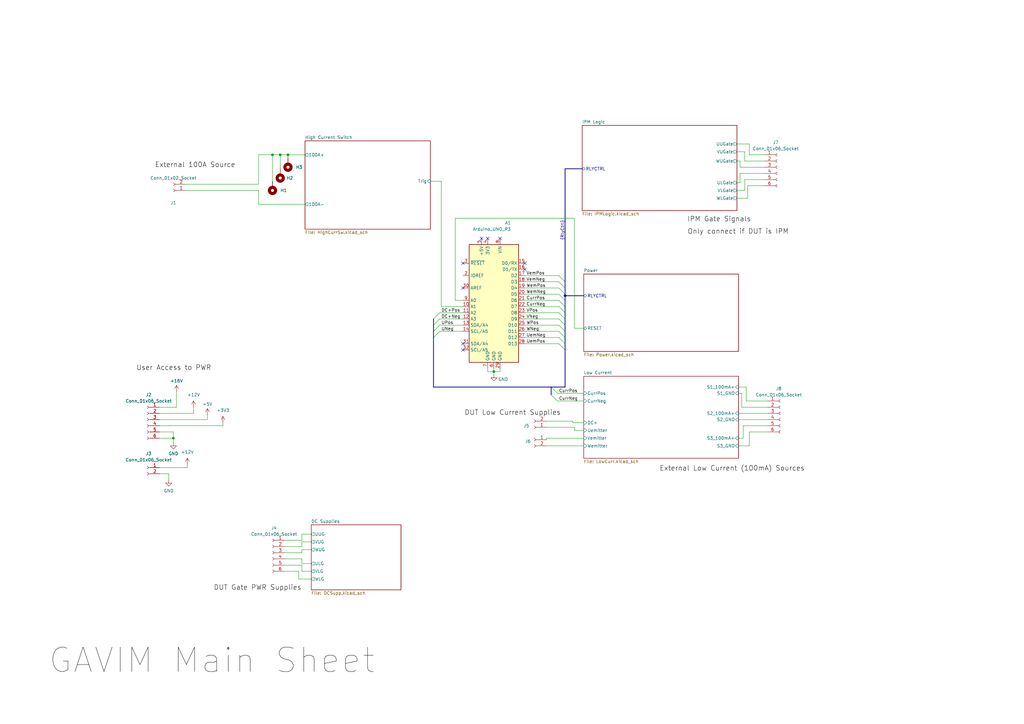
<source format=kicad_sch>
(kicad_sch (version 20230121) (generator eeschema)
  (paper "A3")
  (title_block (title "TEST137- GAVIM Upgrade V2") (date "2024-01-02") (rev "Is01.00") (company "Control Techniques"))
  (lib_symbols
    (symbol "Connector:Conn_01x02_Socket" (pin_names (offset 1.016) hide)
      (property "Reference" "J" (at 0 2.54 0))
      (property "Value" "Conn_01x02_Socket" (at 0 -5.08 0))
      (symbol "Conn_01x02_Socket_1_1"
        (arc (start 0 -2.032) (mid -0.5058 -2.54) (end 0 -3.048) (stroke (width 0.1524)))
        (polyline (pts (xy -1.27 -2.54) (xy -0.508 -2.54)) (stroke (width 0.1524)))
        (polyline (pts (xy -1.27 0) (xy -0.508 0)) (stroke (width 0.1524)))
        (arc (start 0 0.508) (mid -0.5058 0) (end 0 -0.508) (stroke (width 0.1524)))
        (pin passive line (at -5.08 0 0) (length 3.81) (name "Pin_1") (number "1"))
        (pin passive line (at -5.08 -2.54 0) (length 3.81) (name "Pin_2") (number "2"))
      )
    )
    (symbol "Connector:Conn_01x06_Socket" (pin_names (offset 1.016) hide)
      (property "Reference" "J" (at 0 7.62 0))
      (property "Value" "Conn_01x06_Socket" (at 0 -10.16 0))
      (symbol "Conn_01x06_Socket_1_1"
        (arc (start 0 -7.112) (mid -0.5058 -7.62) (end 0 -8.128) (stroke (width 0.1524)))
        (arc (start 0 -4.572) (mid -0.5058 -5.08) (end 0 -5.588) (stroke (width 0.1524)))
        (arc (start 0 -2.032) (mid -0.5058 -2.54) (end 0 -3.048) (stroke (width 0.1524)))
        (polyline (pts (xy -1.27 -7.62) (xy -0.508 -7.62)) (stroke (width 0.1524)))
        (polyline (pts (xy -1.27 -5.08) (xy -0.508 -5.08)) (stroke (width 0.1524)))
        (polyline (pts (xy -1.27 -2.54) (xy -0.508 -2.54)) (stroke (width 0.1524)))
        (polyline (pts (xy -1.27 0) (xy -0.508 0)) (stroke (width 0.1524)))
        (polyline (pts (xy -1.27 2.54) (xy -0.508 2.54)) (stroke (width 0.1524)))
        (polyline (pts (xy -1.27 5.08) (xy -0.508 5.08)) (stroke (width 0.1524)))
        (arc (start 0 0.508) (mid -0.5058 0) (end 0 -0.508) (stroke (width 0.1524)))
        (arc (start 0 3.048) (mid -0.5058 2.54) (end 0 2.032) (stroke (width 0.1524)))
        (arc (start 0 5.588) (mid -0.5058 5.08) (end 0 4.572) (stroke (width 0.1524)))
        (pin passive line (at -5.08 5.08 0) (length 3.81) (name "Pin_1") (number "1"))
        (pin passive line (at -5.08 2.54 0) (length 3.81) (name "Pin_2") (number "2"))
        (pin passive line (at -5.08 0 0) (length 3.81) (name "Pin_3") (number "3"))
        (pin passive line (at -5.08 -2.54 0) (length 3.81) (name "Pin_4") (number "4"))
        (pin passive line (at -5.08 -5.08 0) (length 3.81) (name "Pin_5") (number "5"))
        (pin passive line (at -5.08 -7.62 0) (length 3.81) (name "Pin_6") (number "6"))
      )
    )
    (symbol "CustomPads:+16V" (power) (pin_names (offset 0)) (in_bom no) (on_board no)
      (property "Value" "+16V" (at 0 3.556 0))
      (symbol "+16V_0_1"
        (polyline (pts (xy -0.762 1.27) (xy 0 2.54)))
        (polyline (pts (xy 0 0) (xy 0 2.54)))
        (polyline (pts (xy 0 2.54) (xy 0.762 1.27)))
      )
      (symbol "+16V_1_1"
        (pin power_in line (at 0 0 90) (length 0) hide (name "+16V") (number "1"))
      )
    )
    (symbol "CustomPads:MountingHole_Pad_Cust" (pin_numbers hide) (pin_names (offset 1.016) hide)
      (property "Reference" "H" (at 0 6.35 0))
      (symbol "MountingHole_Pad_Cust_0_1"
        (circle (center 0 1.27) (radius 1.27) (stroke (width 1.27)))
      )
      (symbol "MountingHole_Pad_Cust_1_1"
        (pin input line (at 0 -2.54 90) (length 2.54) (name "1") (number "1"))
      )
    )
    (symbol "MCU_Module:Arduino_UNO_R3"
      (property "Reference" "A" (at -10.16 23.495 0))
      (property "Value" "Arduino_UNO_R3" (at 5.08 -26.67 0))
      (symbol "Arduino_UNO_R3_0_1"
        (rectangle (start -10.16 22.86) (end 10.16 -25.4) (stroke (width 0.254)) (fill (type background)))
      )
      (symbol "Arduino_UNO_R3_1_1"
        (pin no_connect line (at -10.16 -20.32 0) (length 2.54) hide (name "NC") (number "1"))
        (pin bidirectional line (at 12.7 -2.54 180) (length 2.54) (name "A1") (number "10"))
        (pin bidirectional line (at 12.7 -5.08 180) (length 2.54) (name "A2") (number "11"))
        (pin bidirectional line (at 12.7 -7.62 180) (length 2.54) (name "A3") (number "12"))
        (pin bidirectional line (at 12.7 -10.16 180) (length 2.54) (name "SDA/A4") (number "13"))
        (pin bidirectional line (at 12.7 -12.7 180) (length 2.54) (name "SCL/A5") (number "14"))
        (pin bidirectional line (at -12.7 15.24 0) (length 2.54) (name "D0/RX") (number "15"))
        (pin bidirectional line (at -12.7 12.7 0) (length 2.54) (name "D1/TX") (number "16"))
        (pin bidirectional line (at -12.7 10.16 0) (length 2.54) (name "D2") (number "17"))
        (pin bidirectional line (at -12.7 7.62 0) (length 2.54) (name "D3") (number "18"))
        (pin bidirectional line (at -12.7 5.08 0) (length 2.54) (name "D4") (number "19"))
        (pin output line (at 12.7 10.16 180) (length 2.54) (name "IOREF") (number "2"))
        (pin bidirectional line (at -12.7 2.54 0) (length 2.54) (name "D5") (number "20"))
        (pin bidirectional line (at -12.7 0 0) (length 2.54) (name "D6") (number "21"))
        (pin bidirectional line (at -12.7 -2.54 0) (length 2.54) (name "D7") (number "22"))
        (pin bidirectional line (at -12.7 -5.08 0) (length 2.54) (name "D8") (number "23"))
        (pin bidirectional line (at -12.7 -7.62 0) (length 2.54) (name "D9") (number "24"))
        (pin bidirectional line (at -12.7 -10.16 0) (length 2.54) (name "D10") (number "25"))
        (pin bidirectional line (at -12.7 -12.7 0) (length 2.54) (name "D11") (number "26"))
        (pin bidirectional line (at -12.7 -15.24 0) (length 2.54) (name "D12") (number "27"))
        (pin bidirectional line (at -12.7 -17.78 0) (length 2.54) (name "D13") (number "28"))
        (pin power_in line (at -2.54 -27.94 90) (length 2.54) (name "GND") (number "29"))
        (pin input line (at 12.7 15.24 180) (length 2.54) (name "~{RESET}") (number "3"))
        (pin input line (at 12.7 5.08 180) (length 2.54) (name "AREF") (number "30"))
        (pin bidirectional line (at 12.7 -17.78 180) (length 2.54) (name "SDA/A4") (number "31"))
        (pin bidirectional line (at 12.7 -20.32 180) (length 2.54) (name "SCL/A5") (number "32"))
        (pin power_out line (at 2.54 25.4 270) (length 2.54) (name "3V3") (number "4"))
        (pin power_out line (at 5.08 25.4 270) (length 2.54) (name "+5V") (number "5"))
        (pin power_in line (at 0 -27.94 90) (length 2.54) (name "GND") (number "6"))
        (pin power_in line (at 2.54 -27.94 90) (length 2.54) (name "GND") (number "7"))
        (pin power_in line (at -2.54 25.4 270) (length 2.54) (name "VIN") (number "8"))
        (pin bidirectional line (at 12.7 0 180) (length 2.54) (name "A0") (number "9"))
      )
    )
    (symbol "power:+12V" (power) (pin_names (offset 0))
      (property "Value" "+12V" (at 0 3.556 0))
      (symbol "+12V_0_1"
        (polyline (pts (xy -0.762 1.27) (xy 0 2.54)))
        (polyline (pts (xy 0 0) (xy 0 2.54)))
        (polyline (pts (xy 0 2.54) (xy 0.762 1.27)))
      )
      (symbol "+12V_1_1"
        (pin power_in line (at 0 0 90) (length 0) hide (name "+12V") (number "1"))
      )
    )
    (symbol "power:+3V3" (power) (pin_names (offset 0))
      (property "Value" "+3V3" (at 0 3.556 0))
      (symbol "+3V3_0_1"
        (polyline (pts (xy -0.762 1.27) (xy 0 2.54)))
        (polyline (pts (xy 0 0) (xy 0 2.54)))
        (polyline (pts (xy 0 2.54) (xy 0.762 1.27)))
      )
      (symbol "+3V3_1_1"
        (pin power_in line (at 0 0 90) (length 0) hide (name "+3V3") (number "1"))
      )
    )
    (symbol "power:+5V" (power) (pin_names (offset 0))
      (property "Value" "+5V" (at 0 3.556 0))
      (symbol "+5V_0_1"
        (polyline (pts (xy -0.762 1.27) (xy 0 2.54)))
        (polyline (pts (xy 0 0) (xy 0 2.54)))
        (polyline (pts (xy 0 2.54) (xy 0.762 1.27)))
      )
      (symbol "+5V_1_1"
        (pin power_in line (at 0 0 90) (length 0) hide (name "+5V") (number "1"))
      )
    )
    (symbol "power:GND" (power) (pin_names (offset 0))
      (property "Value" "GND" (at 0 -3.81 0))
      (symbol "GND_0_1"
        (polyline (pts (xy 0 0) (xy 0 -1.27) (xy 1.27 -1.27) (xy 0 -2.54) (xy -1.27 -1.27) (xy 0 -1.27)))
      )
      (symbol "GND_1_1"
        (pin power_in line (at 0 0 270) (length 0) hide (name "GND") (number "1"))
      )
    )
  )
  (junction (at 118.11 63.5))
  (junction (at 231.775 121.285))
  (junction (at 111.76 63.5))
  (junction (at 114.935 63.5))
  (junction (at 71.12 179.705))
  (junction (at 202.565 152.4))
  (no_connect (at 189.865 140.97))
  (no_connect (at 200.025 97.79))
  (no_connect (at 197.485 97.79))
  (no_connect (at 189.865 107.95))
  (no_connect (at 205.105 97.79))
  (no_connect (at 215.265 107.95))
  (no_connect (at 189.865 143.51))
  (no_connect (at 215.265 110.49))
  (no_connect (at 189.865 118.11))
  (bus_entry (at 226.06 161.925) (size 2.54 2.54))
  (bus_entry (at 177.8 133.35) (size 2.54 -2.54))
  (bus_entry (at 229.235 123.19) (size 2.54 2.54))
  (bus_entry (at 177.8 135.89) (size 2.54 -2.54))
  (bus_entry (at 229.235 133.35) (size 2.54 2.54))
  (bus_entry (at 229.235 138.43) (size 2.54 2.54))
  (bus_entry (at 229.235 128.27) (size 2.54 2.54))
  (bus_entry (at 229.235 140.97) (size 2.54 2.54))
  (bus_entry (at 229.235 135.89) (size 2.54 2.54))
  (bus_entry (at 229.235 130.81) (size 2.54 2.54))
  (bus_entry (at 229.235 113.03) (size 2.54 2.54))
  (bus_entry (at 229.235 120.65) (size 2.54 2.54))
  (bus_entry (at 177.8 138.43) (size 2.54 -2.54))
  (bus_entry (at 229.235 125.73) (size 2.54 2.54))
  (bus_entry (at 226.06 158.75) (size 2.54 2.54))
  (bus_entry (at 177.8 130.81) (size 2.54 -2.54))
  (bus_entry (at 229.235 118.11) (size 2.54 2.54))
  (bus_entry (at 229.235 115.57) (size 2.54 2.54))
  (wire (pts (xy 122.555 234.315) (xy 122.555 237.49)))
  (wire (pts (xy 215.265 120.65) (xy 229.235 120.65)))
  (wire (pts (xy 116.84 221.615) (xy 123.825 221.615)))
  (wire (pts (xy 180.34 128.27) (xy 189.865 128.27)))
  (bus (pts (xy 177.8 138.43) (xy 177.8 158.75)))
  (wire (pts (xy 215.265 118.11) (xy 229.235 118.11)))
  (bus (pts (xy 226.06 158.75) (xy 231.775 158.75)))
  (wire (pts (xy 111.76 63.5) (xy 111.76 74.295)))
  (wire (pts (xy 307.34 182.88) (xy 302.895 182.88)))
  (wire (pts (xy 72.39 167.005) (xy 72.39 160.655)))
  (wire (pts (xy 215.265 113.03) (xy 229.235 113.03)))
  (wire (pts (xy 116.84 229.235) (xy 123.825 229.235)))
  (wire (pts (xy 186.69 89.535) (xy 235.585 89.535)))
  (wire (pts (xy 71.12 177.165) (xy 65.405 177.165)))
  (wire (pts (xy 303.53 66.04) (xy 303.53 68.58)))
  (wire (pts (xy 69.215 194.31) (xy 65.405 194.31)))
  (bus (pts (xy 231.775 158.75) (xy 231.775 143.51)))
  (wire (pts (xy 302.895 179.705) (xy 304.8 179.705)))
  (wire (pts (xy 215.265 133.35) (xy 229.235 133.35)))
  (wire (pts (xy 215.265 130.81) (xy 229.235 130.81)))
  (wire (pts (xy 180.34 133.35) (xy 189.865 133.35)))
  (wire (pts (xy 118.11 63.5) (xy 118.11 64.77)))
  (wire (pts (xy 116.84 234.315) (xy 122.555 234.315)))
  (wire (pts (xy 123.825 229.235) (xy 123.825 231.14)))
  (bus (pts (xy 177.8 135.89) (xy 177.8 138.43)))
  (wire (pts (xy 189.865 125.73) (xy 180.975 125.73)))
  (wire (pts (xy 202.565 152.4) (xy 202.565 151.13)))
  (wire (pts (xy 215.265 138.43) (xy 229.235 138.43)))
  (wire (pts (xy 123.825 221.615) (xy 123.825 219.075)))
  (wire (pts (xy 224.155 175.26) (xy 235.585 175.26)))
  (wire (pts (xy 305.435 78.105) (xy 305.435 73.66)))
  (wire (pts (xy 303.53 68.58) (xy 313.69 68.58)))
  (wire (pts (xy 71.12 177.165) (xy 71.12 179.705)))
  (wire (pts (xy 304.165 167.005) (xy 314.96 167.005)))
  (bus (pts (xy 231.775 69.215) (xy 231.775 115.57)))
  (wire (pts (xy 65.405 174.625) (xy 91.44 174.625)))
  (wire (pts (xy 106.045 78.105) (xy 106.045 83.82)))
  (wire (pts (xy 234.95 172.72) (xy 234.95 173.355)))
  (bus (pts (xy 231.775 140.97) (xy 231.775 138.43)))
  (wire (pts (xy 205.105 151.13) (xy 205.105 152.4)))
  (wire (pts (xy 224.155 182.88) (xy 239.395 182.88)))
  (wire (pts (xy 235.585 175.26) (xy 235.585 176.53)))
  (wire (pts (xy 314.96 177.165) (xy 307.34 177.165)))
  (wire (pts (xy 76.835 190.5) (xy 76.835 191.77)))
  (wire (pts (xy 123.825 224.155) (xy 116.84 224.155)))
  (bus (pts (xy 231.775 138.43) (xy 231.775 135.89)))
  (wire (pts (xy 306.705 76.2) (xy 313.69 76.2)))
  (wire (pts (xy 306.07 158.75) (xy 302.895 158.75)))
  (wire (pts (xy 234.95 173.355) (xy 239.395 173.355)))
  (wire (pts (xy 123.825 219.075) (xy 127.635 219.075)))
  (wire (pts (xy 305.435 62.23) (xy 305.435 66.04)))
  (wire (pts (xy 76.2 75.565) (xy 106.045 75.565)))
  (wire (pts (xy 200.025 151.13) (xy 200.025 152.4)))
  (wire (pts (xy 200.025 152.4) (xy 202.565 152.4)))
  (wire (pts (xy 111.76 63.5) (xy 106.045 63.5)))
  (bus (pts (xy 231.775 121.285) (xy 239.395 121.285)))
  (bus (pts (xy 231.775 118.11) (xy 231.775 120.65)))
  (bus (pts (xy 231.775 115.57) (xy 231.775 118.11)))
  (wire (pts (xy 302.895 169.545) (xy 314.96 169.545)))
  (wire (pts (xy 302.26 74.93) (xy 303.53 74.93)))
  (wire (pts (xy 180.975 74.295) (xy 180.975 125.73)))
  (wire (pts (xy 305.435 73.66) (xy 313.69 73.66)))
  (wire (pts (xy 91.44 174.625) (xy 91.44 173.355)))
  (wire (pts (xy 302.26 81.28) (xy 306.705 81.28)))
  (wire (pts (xy 304.8 174.625) (xy 314.96 174.625)))
  (wire (pts (xy 114.935 63.5) (xy 114.935 69.215)))
  (wire (pts (xy 215.265 125.73) (xy 229.235 125.73)))
  (wire (pts (xy 228.6 164.465) (xy 239.395 164.465)))
  (wire (pts (xy 85.09 172.085) (xy 85.09 170.18)))
  (bus (pts (xy 231.775 143.51) (xy 231.775 140.97)))
  (wire (pts (xy 123.825 225.425) (xy 127.635 225.425)))
  (wire (pts (xy 180.34 130.81) (xy 189.865 130.81)))
  (wire (pts (xy 302.26 62.23) (xy 305.435 62.23)))
  (wire (pts (xy 314.96 164.465) (xy 306.07 164.465)))
  (wire (pts (xy 79.375 169.545) (xy 79.375 167.005)))
  (wire (pts (xy 202.565 152.4) (xy 202.565 153.67)))
  (wire (pts (xy 235.585 134.62) (xy 239.395 134.62)))
  (wire (pts (xy 306.07 164.465) (xy 306.07 158.75)))
  (wire (pts (xy 302.895 172.085) (xy 314.96 172.085)))
  (wire (pts (xy 116.84 231.775) (xy 123.825 231.775)))
  (wire (pts (xy 123.825 222.25) (xy 123.825 224.155)))
  (wire (pts (xy 186.69 123.19) (xy 189.865 123.19)))
  (wire (pts (xy 123.825 231.14) (xy 127.635 231.14)))
  (wire (pts (xy 65.405 167.005) (xy 72.39 167.005)))
  (wire (pts (xy 114.935 63.5) (xy 111.76 63.5)))
  (wire (pts (xy 304.8 179.705) (xy 304.8 174.625)))
  (bus (pts (xy 231.775 121.285) (xy 231.775 123.19)))
  (wire (pts (xy 224.155 179.705) (xy 239.395 179.705)))
  (bus (pts (xy 231.775 135.89) (xy 231.775 133.35)))
  (wire (pts (xy 215.265 128.27) (xy 229.235 128.27)))
  (wire (pts (xy 307.34 177.165) (xy 307.34 182.88)))
  (wire (pts (xy 106.045 63.5) (xy 106.045 75.565)))
  (wire (pts (xy 65.405 169.545) (xy 79.375 169.545)))
  (bus (pts (xy 231.775 133.35) (xy 231.775 130.81)))
  (wire (pts (xy 302.26 78.105) (xy 305.435 78.105)))
  (wire (pts (xy 65.405 191.77) (xy 76.835 191.77)))
  (bus (pts (xy 231.775 130.81) (xy 231.775 128.27)))
  (wire (pts (xy 307.34 59.055) (xy 307.34 63.5)))
  (wire (pts (xy 302.26 66.04) (xy 303.53 66.04)))
  (wire (pts (xy 123.825 231.775) (xy 123.825 234.315)))
  (wire (pts (xy 305.435 66.04) (xy 313.69 66.04)))
  (wire (pts (xy 125.095 63.5) (xy 118.11 63.5)))
  (wire (pts (xy 65.405 172.085) (xy 85.09 172.085)))
  (wire (pts (xy 224.155 172.72) (xy 234.95 172.72)))
  (wire (pts (xy 224.155 180.34) (xy 224.155 179.705)))
  (wire (pts (xy 205.105 152.4) (xy 202.565 152.4)))
  (wire (pts (xy 302.26 59.055) (xy 307.34 59.055)))
  (wire (pts (xy 122.555 237.49) (xy 127.635 237.49)))
  (wire (pts (xy 76.2 78.105) (xy 106.045 78.105)))
  (wire (pts (xy 215.265 135.89) (xy 229.235 135.89)))
  (wire (pts (xy 180.34 135.89) (xy 189.865 135.89)))
  (wire (pts (xy 116.84 226.695) (xy 123.825 226.695)))
  (wire (pts (xy 186.69 123.19) (xy 186.69 89.535)))
  (wire (pts (xy 180.975 74.295) (xy 176.53 74.295)))
  (bus (pts (xy 231.775 120.65) (xy 231.775 121.285)))
  (wire (pts (xy 118.11 63.5) (xy 114.935 63.5)))
  (wire (pts (xy 302.895 161.29) (xy 304.165 161.29)))
  (bus (pts (xy 238.76 69.215) (xy 231.775 69.215)))
  (wire (pts (xy 304.165 161.29) (xy 304.165 167.005)))
  (wire (pts (xy 123.825 226.695) (xy 123.825 225.425)))
  (wire (pts (xy 303.53 71.12) (xy 303.53 74.93)))
  (wire (pts (xy 307.34 63.5) (xy 313.69 63.5)))
  (bus (pts (xy 226.06 158.75) (xy 226.06 161.925)))
  (bus (pts (xy 177.8 130.81) (xy 177.8 133.35)))
  (wire (pts (xy 123.825 234.315) (xy 127.635 234.315)))
  (wire (pts (xy 215.265 115.57) (xy 229.235 115.57)))
  (bus (pts (xy 177.8 158.75) (xy 226.06 158.75)))
  (wire (pts (xy 303.53 71.12) (xy 313.69 71.12)))
  (wire (pts (xy 228.6 161.29) (xy 239.395 161.29)))
  (wire (pts (xy 235.585 176.53) (xy 239.395 176.53)))
  (bus (pts (xy 231.775 125.73) (xy 231.775 123.19)))
  (wire (pts (xy 106.045 83.82) (xy 125.095 83.82)))
  (wire (pts (xy 306.705 81.28) (xy 306.705 76.2)))
  (wire (pts (xy 215.265 140.97) (xy 229.235 140.97)))
  (bus (pts (xy 177.8 133.35) (xy 177.8 135.89)))
  (bus (pts (xy 231.775 128.27) (xy 231.775 125.73)))
  (wire (pts (xy 65.405 179.705) (xy 71.12 179.705)))
  (wire (pts (xy 71.12 179.705) (xy 71.12 181.61)))
  (wire (pts (xy 69.215 196.85) (xy 69.215 194.31)))
  (wire (pts (xy 127.635 222.25) (xy 123.825 222.25)))
  (wire (pts (xy 235.585 89.535) (xy 235.585 134.62)))
  (wire (pts (xy 215.265 123.19) (xy 229.235 123.19)))
  (label "User Access to PWR" (at 55.88 152.4 0) (effects (font (size 2 2))))
  (label "DUT Gate PWR Supplies" (at 87.63 242.57 0) (effects (font (size 2 2))))
  (label "IPM Gate Signals" (at 281.94 91.44 0) (effects (font (size 2 2))))
  (label "UemNeg" (at 215.9 138.43 0))
  (label "CurrNeg" (at 215.9 125.73 0))
  (label "GAVIM Main Sheet" (at 19.685 279.4 0) (effects (font (size 10 10))))
  (label "WNeg" (at 215.9 135.89 0))
  (label "CurrPos" (at 229.235 161.29 0))
  (label "DC+Neg" (at 180.975 130.81 0))
  (label "WPos" (at 215.9 133.35 0))
  (label "CurrPos" (at 215.9 123.19 0))
  (label "WemNeg" (at 215.9 120.65 0))
  (label "CurrNeg" (at 229.235 164.465 0))
  (label "VPos" (at 215.9 128.27 0))
  (label "UPos" (at 180.975 133.35 0))
  (label "DUT Low Current Supplies" (at 190.5 170.815 0) (effects (font (size 2 2))))
  (label "VNeg" (at 215.9 130.81 0))
  (label "External 100A Source" (at 63.5 69.215 0) (effects (font (size 2 2))))
  (label "External Low Current (100mA) Sources" (at 270.51 193.675 0) (effects (font (size 2 2))))
  (label "{RlyCtrl}" (at 231.775 98.425 90))
  (label "Only connect if DUT is IPM" (at 281.94 96.52 0) (effects (font (size 2 2))))
  (label "UNeg" (at 180.975 135.89 0))
  (label "WemPos" (at 215.9 118.11 0))
  (label "DC+Pos" (at 180.975 128.27 0))
  (label "VemNeg" (at 215.9 115.57 0))
  (label "VemPos" (at 215.9 113.03 0))
  (label "UemPos" (at 215.9 140.97 0))
  (symbol (lib_id "CustomPads:MountingHole_Pad_Cust") (at 114.935 71.755 180) (unit 1) (in_bom no)
    (property "Reference" "H2" (at 117.475 73.025 0) (effects (justify right)))
    (property "Value" "MountingHole_Pad_Cust" (effects hide))
    (property "Footprint" "MountingHole:MountingHole_4.3mm_M4_DIN965_Pad" (effects hide))
    (property "CT Part Number" "N/A" (effects hide))
    (property "Link (Ext)" "N/A" (effects hide))
  )
  (symbol (lib_id "Connector:Conn_01x06_Socket") (at 318.77 68.58 0) (unit 1)
    (property "Reference" "J7" (at 318.135 58.42 0))
    (property "Value" "Conn_01x06_Socket" (at 318.135 60.96 0))
    (property "Footprint" "ImportedParts:TB00150006BE" (effects hide))
    (property "CT Part Number" "N/A" (effects hide))
    (property "Link (Ext)" "https://www.mouser.co.uk/ProductDetail/CUI-Devices/TB001-500-06BE?qs=vLWxofP3U2x%252BpvV03%2FIHfg%3D%3D" (effects hide))
  )
  (symbol (lib_id "Connector:Conn_01x02_Socket") (at 219.075 180.34 0) (mirror y) (unit 1)
    (property "Reference" "J6" (at 216.535 180.975 0))
    (property "Value" "Conn_01x06_Socket" (effects hide))
    (property "Footprint" "ImportedParts:TB003-500-P02BE" (effects hide))
    (property "CT Part Number" "N/A" (effects hide))
    (property "Link (Ext)" "https://www.mouser.co.uk/ProductDetail/CUI-Devices/TB001-500-06BE?qs=vLWxofP3U2x%252BpvV03%2FIHfg%3D%3D" (effects hide))
  )
  (symbol (lib_id "MCU_Module:Arduino_UNO_R3") (at 202.565 123.19 0) (mirror y) (unit 1)
    (property "Reference" "A1" (at 209.55 91.44 0) (effects (justify left)))
    (property "Value" "Arduino_UNO_R3" (at 209.55 93.98 0) (effects (justify left)))
    (property "Footprint" "Module:Arduino_UNO_R3_WithMountingHoles" (effects hide))
    (property "Datasheet" "https://www.arduino.cc/en/Main/arduinoBoardUno" (effects hide))
    (property "CT Part Number" "N/A" (effects hide))
    (property "Link (Ext)" "https://www.mouser.co.uk/ProductDetail/Arduino/A000066?qs=BC3YYPaifMrIue9b%252BHtKQg%3D%3D" (effects hide))
  )
  (symbol (lib_id "CustomPads:MountingHole_Pad_Cust") (at 111.76 76.835 180) (unit 1) (in_bom no)
    (property "Reference" "H1" (at 114.935 78.105 0) (effects (justify right)))
    (property "Value" "MountingHole_Pad_Cust" (effects hide))
    (property "Footprint" "MountingHole:MountingHole_4.3mm_M4_DIN965_Pad" (effects hide))
    (property "CT Part Number" "N/A" (effects hide))
    (property "Link (Ext)" "N/A" (effects hide))
  )
  (symbol (lib_id "power:GND") (at 202.565 153.67 0) (unit 1)
    (property "Reference" "#PWR01" (effects hide))
    (property "Value" "GND" (at 206.375 155.575 0))
  )
  (symbol (lib_id "Connector:Conn_01x02_Socket") (at 60.325 191.77 0) (mirror y) (unit 1)
    (property "Reference" "J3" (at 60.96 186.055 0))
    (property "Value" "Conn_01x06_Socket" (at 60.96 188.595 0))
    (property "Footprint" "ImportedParts:TB003-500-P02BE" (effects hide))
    (property "CT Part Number" "N/A" (effects hide))
    (property "Link (Ext)" "https://www.mouser.co.uk/ProductDetail/CUI-Devices/TB001-500-06BE?qs=vLWxofP3U2x%252BpvV03%2FIHfg%3D%3D" (effects hide))
  )
  (symbol (lib_id "power:+5V") (at 85.09 170.18 0) (unit 1)
    (property "Reference" "#PWR0100" (effects hide))
    (property "Value" "+5V" (at 85.09 165.735 0))
  )
  (symbol (lib_id "Connector:Conn_01x06_Socket") (at 320.04 169.545 0) (unit 1)
    (property "Reference" "J8" (at 319.405 159.385 0))
    (property "Value" "Conn_01x06_Socket" (at 319.405 161.925 0))
    (property "Footprint" "ImportedParts:TB00150006BE" (effects hide))
    (property "CT Part Number" "N/A" (effects hide))
    (property "Link (Ext)" "https://www.mouser.co.uk/ProductDetail/CUI-Devices/TB001-500-06BE?qs=vLWxofP3U2x%252BpvV03%2FIHfg%3D%3D" (effects hide))
  )
  (symbol (lib_id "power:+12V") (at 76.835 190.5 0) (unit 1)
    (property "Reference" "#PWR0103" (effects hide))
    (property "Value" "+12V" (at 76.835 185.42 0))
  )
  (symbol (lib_id "power:+12V") (at 79.375 167.005 0) (unit 1)
    (property "Reference" "#PWR099" (effects hide))
    (property "Value" "+12V" (at 79.375 161.925 0))
  )
  (symbol (lib_id "Connector:Conn_01x02_Socket") (at 71.12 78.105 180) (unit 1)
    (property "Reference" "J1" (at 71.12 83.185 0))
    (property "Value" "Conn_01x02_Socket" (at 71.12 73.025 0))
    (property "Footprint" "ImportedParts:1932588" (effects hide))
    (property "CT Part Number" "N/A" (effects hide))
    (property "Link (Ext)" "https://www.mouser.co.uk/ProductDetail/Phoenix-Contact/1932588?qs=zGjMOL9s0Z%252BnZxcpLOCAEA%3D%3D" (effects hide))
  )
  (symbol (lib_id "power:GND") (at 71.12 181.61 0) (unit 1)
    (property "Reference" "#PWR0102" (effects hide))
    (property "Value" "GND" (at 71.12 186.055 0))
  )
  (symbol (lib_id "CustomPads:+16V") (at 72.39 160.655 0) (unit 1)
    (property "Reference" "#PWR098" (effects hide))
    (property "Value" "+16V" (at 72.39 156.21 0))
  )
  (symbol (lib_id "Connector:Conn_01x06_Socket") (at 60.325 172.085 0) (mirror y) (unit 1)
    (property "Reference" "J2" (at 60.96 161.925 0))
    (property "Value" "Conn_01x06_Socket" (at 60.96 164.465 0))
    (property "Footprint" "ImportedParts:TB00150006BE" (effects hide))
    (property "CT Part Number" "N/A" (effects hide))
    (property "Link (Ext)" "https://www.mouser.co.uk/ProductDetail/CUI-Devices/TB001-500-06BE?qs=vLWxofP3U2x%252BpvV03%2FIHfg%3D%3D" (effects hide))
  )
  (symbol (lib_id "Connector:Conn_01x02_Socket") (at 219.075 175.26 180) (unit 1)
    (property "Reference" "J5" (at 215.9 174.625 0))
    (property "Value" "Conn_01x06_Socket" (effects hide))
    (property "Footprint" "ImportedParts:TB003-500-P02BE" (effects hide))
    (property "CT Part Number" "N/A" (effects hide))
    (property "Link (Ext)" "https://www.mouser.co.uk/ProductDetail/CUI-Devices/TB001-500-06BE?qs=vLWxofP3U2x%252BpvV03%2FIHfg%3D%3D" (effects hide))
  )
  (symbol (lib_id "Connector:Conn_01x06_Socket") (at 111.76 226.695 0) (mirror y) (unit 1)
    (property "Reference" "J4" (at 112.395 216.535 0))
    (property "Value" "Conn_01x06_Socket" (at 112.395 219.075 0))
    (property "Footprint" "ImportedParts:TB00150006BE" (effects hide))
    (property "CT Part Number" "N/A" (effects hide))
    (property "Link (Ext)" "https://www.mouser.co.uk/ProductDetail/CUI-Devices/TB001-500-06BE?qs=vLWxofP3U2x%252BpvV03%2FIHfg%3D%3D" (effects hide))
  )
  (symbol (lib_id "CustomPads:MountingHole_Pad_Cust") (at 118.11 67.31 180) (unit 1) (in_bom no)
    (property "Reference" "H3" (at 121.285 68.58 0) (effects (justify right)))
    (property "Value" "MountingHole_Pad_Cust" (effects hide))
    (property "Footprint" "MountingHole:MountingHole_4.3mm_M4_DIN965_Pad" (effects hide))
    (property "CT Part Number" "N/A" (effects hide))
    (property "Link (Ext)" "N/A" (effects hide))
  )
  (symbol (lib_id "power:+3V3") (at 91.44 173.355 0) (unit 1)
    (property "Reference" "#PWR0101" (effects hide))
    (property "Value" "+3V3" (at 91.44 168.275 0))
  )
  (symbol (lib_id "power:GND") (at 69.215 196.85 0) (unit 1)
    (property "Reference" "#PWR0136" (effects hide))
    (property "Value" "GND" (at 69.215 201.295 0))
  )
  (sheet (at 239.395 154.305) (size 63.5 33.655) (stroke (width 0.1524))
    (property "Sheetname" "Low Current" (at 239.395 153.5934 0) (effects (justify left bottom)))
    (property "Sheetfile" "LowCurr.kicad_sch" (at 239.395 188.5446 0) (effects (justify left top)))
    (pin "Vemitter" input (at 239.395 179.705 180))
    (pin "CurrNeg" input (at 239.395 164.465 180))
    (pin "S1_100mA+" input (at 302.895 158.75 0))
    (pin "S1_GND" input (at 302.895 161.29 0))
    (pin "DC+" input (at 239.395 173.355 180))
    (pin "Uemitter" input (at 239.395 176.53 180))
    (pin "S2_100mA+" input (at 302.895 169.545 0))
    (pin "S2_GND" input (at 302.895 172.085 0))
    (pin "S3_GND" input (at 302.895 182.88 0))
    (pin "S3_100mA+" input (at 302.895 179.705 0))
    (pin "Wemitter" input (at 239.395 182.88 180))
    (pin "CurrPos" input (at 239.395 161.29 180))
  )
  (sheet (at 127.635 215.265) (size 36.83 26.67) (stroke (width 0.1524))
    (property "Sheetname" "DC Supplies" (at 127.635 214.5534 0) (effects (justify left bottom)))
    (property "Sheetfile" "DCSupp.kicad_sch" (at 127.635 242.5196 0) (effects (justify left top)))
    (pin "VLG" output (at 127.635 234.315 180))
    (pin "ULG" output (at 127.635 231.14 180))
    (pin "WUG" output (at 127.635 225.425 180))
    (pin "WLG" output (at 127.635 237.49 180))
    (pin "UUG" output (at 127.635 219.075 180))
    (pin "VUG" output (at 127.635 222.25 180))
  )
  (sheet (at 125.095 57.785) (size 51.435 36.195) (stroke (width 0.1524))
    (property "Sheetname" "High Current Switch" (at 125.095 57.0734 0) (effects (justify left bottom)))
    (property "Sheetfile" "HighCurrSw.kicad_sch" (at 125.095 94.5646 0) (effects (justify left top)))
    (pin "Trig" input (at 176.53 74.295 0))
    (pin "100A+" output (at 125.095 63.5 180))
    (pin "100A-" output (at 125.095 83.82 180))
  )
  (sheet (at 238.76 51.435) (size 63.5 34.925) (stroke (width 0.1524))
    (property "Sheetname" "IPM Logic" (at 238.76 50.7234 0) (effects (justify left bottom)))
    (property "Sheetfile" "IPMLogic.kicad_sch" (at 238.76 86.9446 0) (effects (justify left top)))
    (pin "WUGate" output (at 302.26 66.04 0))
    (pin "VUGate" output (at 302.26 62.23 0))
    (pin "VLGate" output (at 302.26 78.105 0))
    (pin "WLGate" output (at 302.26 81.28 0))
    (pin "ULGate" output (at 302.26 74.93 0))
    (pin "UUGate" output (at 302.26 59.055 0))
    (pin "RLYCTRL" bidirectional (at 238.76 69.215 180))
  )
  (sheet (at 239.395 112.395) (size 63.5 31.75) (stroke (width 0.1524))
    (property "Sheetname" "Power" (at 239.395 111.6834 0) (effects (justify left bottom)))
    (property "Sheetfile" "Power.kicad_sch" (at 239.395 144.7296 0) (effects (justify left top)))
    (pin "RLYCTRL" bidirectional (at 239.395 121.285 180))
    (pin "RESET" bidirectional (at 239.395 134.62 180))
  )
)
</source>
